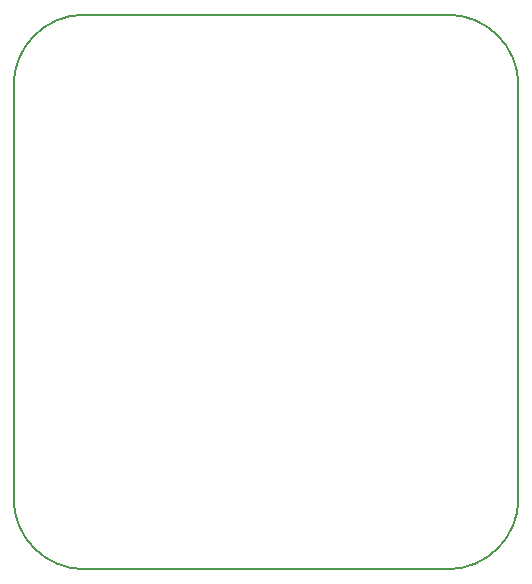
<source format=gbr>
G04 #@! TF.GenerationSoftware,KiCad,Pcbnew,(5.0.1)-4*
G04 #@! TF.CreationDate,2022-09-04T20:15:09+05:45*
G04 #@! TF.ProjectId,STM32_wiith_Buck_Converter,53544D33325F77696974685F4275636B,rev?*
G04 #@! TF.SameCoordinates,Original*
G04 #@! TF.FileFunction,Profile,NP*
%FSLAX46Y46*%
G04 Gerber Fmt 4.6, Leading zero omitted, Abs format (unit mm)*
G04 Created by KiCad (PCBNEW (5.0.1)-4) date 04-Sep-22 8:15:09 PM*
%MOMM*%
%LPD*%
G01*
G04 APERTURE LIST*
%ADD10C,0.150000*%
G04 APERTURE END LIST*
D10*
X149750000Y-86900000D02*
G75*
G02X143750000Y-92900000I-6000000J0D01*
G01*
X113000000Y-92900000D02*
G75*
G02X107000000Y-86900000I0J6000000D01*
G01*
X106999167Y-51950000D02*
G75*
G02X112900000Y-45950000I6000833J0D01*
G01*
X143750000Y-45950000D02*
G75*
G02X149750000Y-51950000I0J-6000000D01*
G01*
X112900000Y-45950000D02*
X143750000Y-45950000D01*
X107000000Y-86900000D02*
X107000000Y-51950000D01*
X143750000Y-92900000D02*
X113000000Y-92900000D01*
X149750000Y-51950000D02*
X149750000Y-86900000D01*
M02*

</source>
